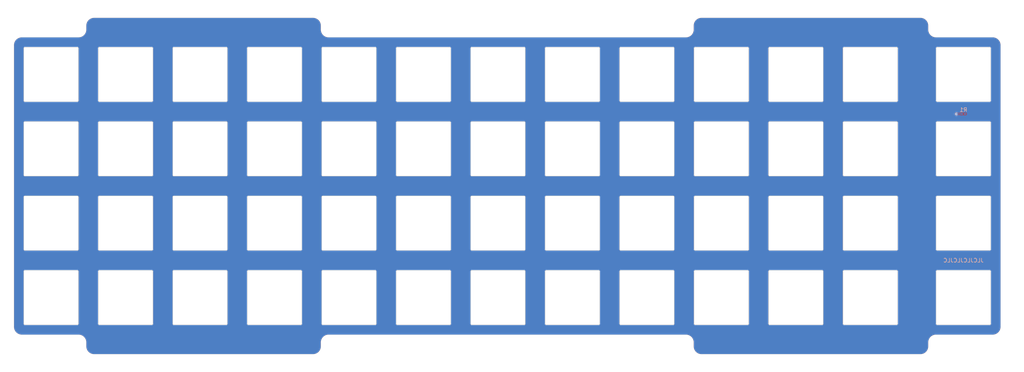
<source format=kicad_pcb>
(kicad_pcb (version 20211014) (generator pcbnew)
  (layers (0 "F.Cu" signal) (31 "B.Cu" signal) (34 "B.Paste" user) (35 "F.Paste" user) (36 "B.SilkS" user "B.Silkscreen") (37 "F.SilkS" user "F.Silkscreen") (38 "B.Mask" user) (39 "F.Mask" user) (44 "Edge.Cuts" user))
  (net 0 "")
  (net 2 "GND")
  (footprint "Keeb_footprints:MX100_cutout" (layer "F.Cu") (at 155.97253 50.00646)
    (fp_text reference "U1")
    (fp_text value "HOLE")
    (fp_line (start 7 6.7) (end 7 -6.7) (layer "Edge.Cuts") (width 0.1))
    (fp_line (start -7 6.7) (end -7 -6.7) (layer "Edge.Cuts") (width 0.1))
    (fp_line (start 6.7 7) (end -6.7 7) (layer "Edge.Cuts") (width 0.1))
    (fp_line (start 6.7 -7) (end -6.7 -7) (layer "Edge.Cuts") (width 0.1))
    (fp_arc (start -6.7 7) (mid -6.912132 6.912132) (end -7 6.7) (layer "Edge.Cuts") (width 0.1))
    (fp_arc (start -7 -6.7) (mid -6.912132 -6.912132) (end -6.7 -7) (layer "Edge.Cuts") (width 0.1))
    (fp_arc (start 6.7 -7) (mid 6.912132 -6.912132) (end 7 -6.7) (layer "Edge.Cuts") (width 0.1))
    (fp_arc (start 7 6.7) (mid 6.912132 6.912132) (end 6.7 7) (layer "Edge.Cuts") (width 0.1))
  )
  (footprint "Keeb_footprints:MX100_cutout" (layer "F.Cu") (at 175.02261 50.00646)
    (fp_text reference "U2")
    (fp_text value "HOLE")
    (fp_line (start -7 6.7) (end -7 -6.7) (layer "Edge.Cuts") (width 0.1))
    (fp_line (start 6.7 7) (end -6.7 7) (layer "Edge.Cuts") (width 0.1))
    (fp_line (start 7 6.7) (end 7 -6.7) (layer "Edge.Cuts") (width 0.1))
    (fp_line (start 6.7 -7) (end -6.7 -7) (layer "Edge.Cuts") (width 0.1))
    (fp_arc (start -7 -6.7) (mid -6.912132 -6.912132) (end -6.7 -7) (layer "Edge.Cuts") (width 0.1))
    (fp_arc (start 6.7 -7) (mid 6.912132 -6.912132) (end 7 -6.7) (layer "Edge.Cuts") (width 0.1))
    (fp_arc (start -6.7 7) (mid -6.912132 6.912132) (end -7 6.7) (layer "Edge.Cuts") (width 0.1))
    (fp_arc (start 7 6.7) (mid 6.912132 6.912132) (end 6.7 7) (layer "Edge.Cuts") (width 0.1))
  )
  (footprint "Keeb_footprints:MX100_cutout" (layer "F.Cu") (at 194.07269 50.00646)
    (fp_text reference "U3")
    (fp_text value "HOLE")
    (fp_line (start 6.7 -7) (end -6.7 -7) (layer "Edge.Cuts") (width 0.1))
    (fp_line (start -7 6.7) (end -7 -6.7) (layer "Edge.Cuts") (width 0.1))
    (fp_line (start 7 6.7) (end 7 -6.7) (layer "Edge.Cuts") (width 0.1))
    (fp_line (start 6.7 7) (end -6.7 7) (layer "Edge.Cuts") (width 0.1))
    (fp_arc (start -7 -6.7) (mid -6.912132 -6.912132) (end -6.7 -7) (layer "Edge.Cuts") (width 0.1))
    (fp_arc (start -6.7 7) (mid -6.912132 6.912132) (end -7 6.7) (layer "Edge.Cuts") (width 0.1))
    (fp_arc (start 6.7 -7) (mid 6.912132 -6.912132) (end 7 -6.7) (layer "Edge.Cuts") (width 0.1))
    (fp_arc (start 7 6.7) (mid 6.912132 6.912132) (end 6.7 7) (layer "Edge.Cuts") (width 0.1))
  )
  (footprint "Keeb_footprints:MX100_cutout" (layer "F.Cu") (at 213.12277 50.00646)
    (fp_text reference "U4")
    (fp_text value "HOLE")
    (fp_line (start 6.7 -7) (end -6.7 -7) (layer "Edge.Cuts") (width 0.1))
    (fp_line (start -7 6.7) (end -7 -6.7) (layer "Edge.Cuts") (width 0.1))
    (fp_line (start 7 6.7) (end 7 -6.7) (layer "Edge.Cuts") (width 0.1))
    (fp_line (start 6.7 7) (end -6.7 7) (layer "Edge.Cuts") (width 0.1))
    (fp_arc (start 6.7 -7) (mid 6.912132 -6.912132) (end 7 -6.7) (layer "Edge.Cuts") (width 0.1))
    (fp_arc (start -6.7 7) (mid -6.912132 6.912132) (end -7 6.7) (layer "Edge.Cuts") (width 0.1))
    (fp_arc (start 7 6.7) (mid 6.912132 6.912132) (end 6.7 7) (layer "Edge.Cuts") (width 0.1))
    (fp_arc (start -7 -6.7) (mid -6.912132 -6.912132) (end -6.7 -7) (layer "Edge.Cuts") (width 0.1))
  )
  (footprint "Keeb_footprints:MX100_cutout" (layer "F.Cu") (at 232.17285 50.00646)
    (fp_text reference "U5")
    (fp_text value "HOLE")
    (fp_line (start 7 6.7) (end 7 -6.7) (layer "Edge.Cuts") (width 0.1))
    (fp_line (start -7 6.7) (end -7 -6.7) (layer "Edge.Cuts") (width 0.1))
    (fp_line (start 6.7 7) (end -6.7 7) (layer "Edge.Cuts") (width 0.1))
    (fp_line (start 6.7 -7) (end -6.7 -7) (layer "Edge.Cuts") (width 0.1))
    (fp_arc (start -6.7 7) (mid -6.912132 6.912132) (end -7 6.7) (layer "Edge.Cuts") (width 0.1))
    (fp_arc (start -7 -6.7) (mid -6.912132 -6.912132) (end -6.7 -7) (layer "Edge.Cuts") (width 0.1))
    (fp_arc (start 6.7 -7) (mid 6.912132 -6.912132) (end 7 -6.7) (layer "Edge.Cuts") (width 0.1))
    (fp_arc (start 7 6.7) (mid 6.912132 6.912132) (end 6.7 7) (layer "Edge.Cuts") (width 0.1))
  )
  (footprint "Keeb_footprints:MX100_cutout" (layer "F.Cu") (at 327.42325 50.00646)
    (fp_text reference "U10")
    (fp_text value "HOLE")
    (fp_line (start 6.7 7) (end -6.7 7) (layer "Edge.Cuts") (width 0.1))
    (fp_line (start -7 6.7) (end -7 -6.7) (layer "Edge.Cuts") (width 0.1))
    (fp_line (start 7 6.7) (end 7 -6.7) (layer "Edge.Cuts") (width 0.1))
    (fp_line (start 6.7 -7) (end -6.7 -7) (layer "Edge.Cuts") (width 0.1))
    (fp_arc (start -6.7 7) (mid -6.912132 6.912132) (end -7 6.7) (layer "Edge.Cuts") (width 0.1))
    (fp_arc (start -7 -6.7) (mid -6.912132 -6.912132) (end -6.7 -7) (layer "Edge.Cuts") (width 0.1))
    (fp_arc (start 7 6.7) (mid 6.912132 6.912132) (end 6.7 7) (layer "Edge.Cuts") (width 0.1))
    (fp_arc (start 6.7 -7) (mid 6.912132 -6.912132) (end 7 -6.7) (layer "Edge.Cuts") (width 0.1))
  )
  (footprint "Keeb_footprints:MX100_cutout" (layer "F.Cu") (at 346.47333 50.00646)
    (fp_text reference "U11")
    (fp_text value "HOLE")
    (fp_line (start -7 6.7) (end -7 -6.7) (layer "Edge.Cuts") (width 0.1))
    (fp_line (start 6.7 -7) (end -6.7 -7) (layer "Edge.Cuts") (width 0.1))
    (fp_line (start 7 6.7) (end 7 -6.7) (layer "Edge.Cuts") (width 0.1))
    (fp_line (start 6.7 7) (end -6.7 7) (layer "Edge.Cuts") (width 0.1))
    (fp_arc (start 7 6.7) (mid 6.912132 6.912132) (end 6.7 7) (layer "Edge.Cuts") (width 0.1))
    (fp_arc (start 6.7 -7) (mid 6.912132 -6.912132) (end 7 -6.7) (layer "Edge.Cuts") (width 0.1))
    (fp_arc (start -7 -6.7) (mid -6.912132 -6.912132) (end -6.7 -7) (layer "Edge.Cuts") (width 0.1))
    (fp_arc (start -6.7 7) (mid -6.912132 6.912132) (end -7 6.7) (layer "Edge.Cuts") (width 0.1))
  )
  (footprint "Keeb_footprints:MX100_cutout" (layer "F.Cu") (at 155.97253 69.05654)
    (fp_text reference "U13")
    (fp_text value "HOLE")
    (fp_line (start 6.7 7) (end -6.7 7) (layer "Edge.Cuts") (width 0.1))
    (fp_line (start 7 6.7) (end 7 -6.7) (layer "Edge.Cuts") (width 0.1))
    (fp_line (start 6.7 -7) (end -6.7 -7) (layer "Edge.Cuts") (width 0.1))
    (fp_line (start -7 6.7) (end -7 -6.7) (layer "Edge.Cuts") (width 0.1))
    (fp_arc (start 6.7 -7) (mid 6.912132 -6.912132) (end 7 -6.7) (layer "Edge.Cuts") (width 0.1))
    (fp_arc (start -7 -6.7) (mid -6.912132 -6.912132) (end -6.7 -7) (layer "Edge.Cuts") (width 0.1))
    (fp_arc (start -6.7 7) (mid -6.912132 6.912132) (end -7 6.7) (layer "Edge.Cuts") (width 0.1))
    (fp_arc (start 7 6.7) (mid 6.912132 6.912132) (end 6.7 7) (layer "Edge.Cuts") (width 0.1))
  )
  (footprint "Keeb_footprints:MX100_cutout" (layer "F.Cu") (at 194.07269 69.05654)
    (fp_text reference "U15")
    (fp_text value "HOLE")
    (fp_line (start 7 6.7) (end 7 -6.7) (layer "Edge.Cuts") (width 0.1))
    (fp_line (start 6.7 7) (end -6.7 7) (layer "Edge.Cuts") (width 0.1))
    (fp_line (start -7 6.7) (end -7 -6.7) (layer "Edge.Cuts") (width 0.1))
    (fp_line (start 6.7 -7) (end -6.7 -7) (layer "Edge.Cuts") (width 0.1))
    (fp_arc (start 7 6.7) (mid 6.912132 6.912132) (end 6.7 7) (layer "Edge.Cuts") (width 0.1))
    (fp_arc (start -7 -6.7) (mid -6.912132 -6.912132) (end -6.7 -7) (layer "Edge.Cuts") (width 0.1))
    (fp_arc (start 6.7 -7) (mid 6.912132 -6.912132) (end 7 -6.7) (layer "Edge.Cuts") (width 0.1))
    (fp_arc (start -6.7 7) (mid -6.912132 6.912132) (end -7 6.7) (layer "Edge.Cuts") (width 0.1))
  )
  (footprint "Keeb_footprints:MX100_cutout" (layer "F.Cu") (at 232.17285 69.05654)
    (fp_text reference "U17")
    (fp_text value "HOLE")
    (fp_line (start 6.7 -7) (end -6.7 -7) (layer "Edge.Cuts") (width 0.1))
    (fp_line (start 6.7 7) (end -6.7 7) (layer "Edge.Cuts") (width 0.1))
    (fp_line (start -7 6.7) (end -7 -6.7) (layer "Edge.Cuts") (width 0.1))
    (fp_line (start 7 6.7) (end 7 -6.7) (layer "Edge.Cuts") (width 0.1))
    (fp_arc (start 7 6.7) (mid 6.912132 6.912132) (end 6.7 7) (layer "Edge.Cuts") (width 0.1))
    (fp_arc (start -6.7 7) (mid -6.912132 6.912132) (end -7 6.7) (layer "Edge.Cuts") (width 0.1))
    (fp_arc (start -7 -6.7) (mid -6.912132 -6.912132) (end -6.7 -7) (layer "Edge.Cuts") (width 0.1))
    (fp_arc (start 6.7 -7) (mid 6.912132 -6.912132) (end 7 -6.7) (layer "Edge.Cuts") (width 0.1))
  )
  (footprint "Keeb_footprints:MX100_cutout" (layer "F.Cu") (at 251.22293 69.05654)
    (fp_text reference "U18")
    (fp_text value "HOLE")
    (fp_line (start -7 6.7) (end -7 -6.7) (layer "Edge.Cuts") (width 0.1))
    (fp_line (start 6.7 -7) (end -6.7 -7) (layer "Edge.Cuts") (width 0.1))
    (fp_line (start 7 6.7) (end 7 -6.7) (layer "Edge.Cuts") (width 0.1))
    (fp_line (start 6.7 7) (end -6.7 7) (layer "Edge.Cuts") (width 0.1))
    (fp_arc (start -7 -6.7) (mid -6.912132 -6.912132) (end -6.7 -7) (layer "Edge.Cuts") (width 0.1))
    (fp_arc (start -6.7 7) (mid -6.912132 6.912132) (end -7 6.7) (layer "Edge.Cuts") (width 0.1))
    (fp_arc (start 7 6.7) (mid 6.912132 6.912132) (end 6.7 7) (layer "Edge.Cuts") (width 0.1))
    (fp_arc (start 6.7 -7) (mid 6.912132 -6.912132) (end 7 -6.7) (layer "Edge.Cuts") (width 0.1))
  )
  (footprint "Keeb_footprints:MX100_cutout" (layer "F.Cu") (at 270.27301 69.05654)
    (fp_text reference "U19")
    (fp_text value "HOLE")
    (fp_line (start -7 6.7) (end -7 -6.7) (layer "Edge.Cuts") (width 0.1))
    (fp_line (start 6.7 -7) (end -6.7 -7) (layer "Edge.Cuts") (width 0.1))
    (fp_line (start 7 6.7) (end 7 -6.7) (layer "Edge.Cuts") (width 0.1))
    (fp_line (start 6.7 7) (end -6.7 7) (layer "Edge.Cuts") (width 0.1))
    (fp_arc (start 7 6.7) (mid 6.912132 6.912132) (end 6.7 7) (layer "Edge.Cuts") (width 0.1))
    (fp_arc (start 6.7 -7) (mid 6.912132 -6.912132) (end 7 -6.7) (layer "Edge.Cuts") (width 0.1))
    (fp_arc (start -7 -6.7) (mid -6.912132 -6.912132) (end -6.7 -7) (layer "Edge.Cuts") (width 0.1))
    (fp_arc (start -6.7 7) (mid -6.912132 6.912132) (end -7 6.7) (layer "Edge.Cuts") (width 0.1))
  )
  (footprint "Keeb_footprints:MX100_cutout" (layer "F.Cu") (at 289.32309 69.05654)
    (fp_text reference "U20")
    (fp_text value "HOLE")
    (fp_line (start 7 6.7) (end 7 -6.7) (layer "Edge.Cuts") (width 0.1))
    (fp_line (start 6.7 7) (end -6.7 7) (layer "Edge.Cuts") (width 0.1))
    (fp_line (start 6.7 -7) (end -6.7 -7) (layer "Edge.Cuts") (width 0.1))
    (fp_line (start -7 6.7) (end -7 -6.7) (layer "Edge.Cuts") (width 0.1))
    (fp_arc (start 6.7 -7) (mid 6.912132 -6.912132) (end 7 -6.7) (layer "Edge.Cuts") (width 0.1))
    (fp_arc (start 7 6.7) (mid 6.912132 6.912132) (end 6.7 7) (layer "Edge.Cuts") (width 0.1))
    (fp_arc (start -6.7 7) (mid -6.912132 6.912132) (end -7 6.7) (layer "Edge.Cuts") (width 0.1))
    (fp_arc (start -7 -6.7) (mid -6.912132 -6.912132) (end -6.7 -7) (layer "Edge.Cuts") (width 0.1))
  )
  (footprint "Keeb_footprints:MX100_cutout" (layer "F.Cu") (at 308.37317 69.05654)
    (fp_text reference "U21")
    (fp_text value "HOLE")
    (fp_line (start 6.7 -7) (end -6.7 -7) (layer "Edge.Cuts") (width 0.1))
    (fp_line (start 6.7 7) (end -6.7 7) (layer "Edge.Cuts") (width 0.1))
    (fp_line (start -7 6.7) (end -7 -6.7) (layer "Edge.Cuts") (width 0.1))
    (fp_line (start 7 6.7) (end 7 -6.7) (layer "Edge.Cuts") (width 0.1))
    (fp_arc (start 7 6.7) (mid 6.912132 6.912132) (end 6.7 7) (layer "Edge.Cuts") (width 0.1))
    (fp_arc (start -7 -6.7) (mid -6.912132 -6.912132) (end -6.7 -7) (layer "Edge.Cuts") (width 0.1))
    (fp_arc (start 6.7 -7) (mid 6.912132 -6.912132) (end 7 -6.7) (layer "Edge.Cuts") (width 0.1))
    (fp_arc (start -6.7 7) (mid -6.912132 6.912132) (end -7 6.7) (layer "Edge.Cuts") (width 0.1))
  )
  (footprint "Keeb_footprints:MX100_cutout" (layer "F.Cu") (at 327.42325 69.05654)
    (fp_text reference "U22")
    (fp_text value "HOLE")
    (fp_line (start 7 6.7) (end 7 -6.7) (layer "Edge.Cuts") (width 0.1))
    (fp_line (start 6.7 -7) (end -6.7 -7) (layer "Edge.Cuts") (width 0.1))
    (fp_line (start -7 6.7) (end -7 -6.7) (layer "Edge.Cuts") (width 0.1))
    (fp_line (start 6.7 7) (end -6.7 7) (layer "Edge.Cuts") (width 0.1))
    (fp_arc (start 7 6.7) (mid 6.912132 6.912132) (end 6.7 7) (layer "Edge.Cuts") (width 0.1))
    (fp_arc (start 6.7 -7) (mid 6.912132 -6.912132) (end 7 -6.7) (layer "Edge.Cuts") (width 0.1))
    (fp_arc (start -6.7 7) (mid -6.912132 6.912132) (end -7 6.7) (layer "Edge.Cuts") (width 0.1))
    (fp_arc (start -7 -6.7) (mid -6.912132 -6.912132) (end -6.7 -7) (layer "Edge.Cuts") (width 0.1))
  )
  (footprint "Keeb_footprints:MX100_cutout" (layer "F.Cu") (at 346.47333 69.05654)
    (fp_text reference "U23")
    (fp_text value "HOLE")
    (fp_line (start 6.7 7) (end -6.7 7) (layer "Edge.Cuts") (width 0.1))
    (fp_line (start 7 6.7) (end 7 -6.7) (layer "Edge.Cuts") (width 0.1))
    (fp_line (start 6.7 -7) (end -6.7 -7) (layer "Edge.Cuts") (width 0.1))
    (fp_line (start -7 6.7) (end -7 -6.7) (layer "Edge.Cuts") (width 0.1))
    (fp_arc (start -7 -6.7) (mid -6.912132 -6.912132) (end -6.7 -7) (layer "Edge.Cuts") (width 0.1))
    (fp_arc (start 7 6.7) (mid 6.912132 6.912132) (end 6.7 7) (layer "Edge.Cuts") (width 0.1))
    (fp_arc (start 6.7 -7) (mid 6.912132 -6.912132) (end 7 -6.7) (layer "Edge.Cuts") (width 0.1))
    (fp_arc (start -6.7 7) (mid -6.912132 6.912132) (end -7 6.7) (layer "Edge.Cuts") (width 0.1))
  )
  (footprint "Keeb_footprints:MX100_cutout" (layer "F.Cu") (at 365.52341 69.05654)
    (fp_text reference "U24")
    (fp_text value "HOLE")
    (fp_line (start -7 6.7) (end -7 -6.7) (layer "Edge.Cuts") (width 0.1))
    (fp_line (start 6.7 7) (end -6.7 7) (layer "Edge.Cuts") (width 0.1))
    (fp_line (start 6.7 -7) (end -6.7 -7) (layer "Edge.Cuts") (width 0.1))
    (fp_line (start 7 6.7) (end 7 -6.7) (layer "Edge.Cuts") (width 0.1))
    (fp_arc (start 6.7 -7) (mid 6.912132 -6.912132) (end 7 -6.7) (layer "Edge.Cuts") (width 0.1))
    (fp_arc (start -7 -6.7) (mid -6.912132 -6.912132) (end -6.7 -7) (layer "Edge.Cuts") (width 0.1))
    (fp_arc (start -6.7 7) (mid -6.912132 6.912132) (end -7 6.7) (layer "Edge.Cuts") (width 0.1))
    (fp_arc (start 7 6.7) (mid 6.912132 6.912132) (end 6.7 7) (layer "Edge.Cuts") (width 0.1))
  )
  (footprint "Keeb_footprints:MX100_cutout" (layer "F.Cu") (at 155.97253 88.10662)
    (fp_text reference "U25")
    (fp_text value "HOLE")
    (fp_line (start 7 6.7) (end 7 -6.7) (layer "Edge.Cuts") (width 0.1))
    (fp_line (start 6.7 -7) (end -6.7 -7) (layer "Edge.Cuts") (width 0.1))
    (fp_line (start -7 6.7) (end -7 -6.7) (layer "Edge.Cuts") (width 0.1))
    (fp_line (start 6.7 7) (end -6.7 7) (layer "Edge.Cuts") (width 0.1))
    (fp_arc (start -7 -6.7) (mid -6.912132 -6.912132) (end -6.7 -7) (layer "Edge.Cuts") (width 0.1))
    (fp_arc (start 6.7 -7) (mid 6.912132 -6.912132) (end 7 -6.7) (layer "Edge.Cuts") (width 0.1))
    (fp_arc (start -6.7 7) (mid -6.912132 6.912132) (end -7 6.7) (layer "Edge.Cuts") (width 0.1))
    (fp_arc (start 7 6.7) (mid 6.912132 6.912132) (end 6.7 7) (layer "Edge.Cuts") (width 0.1))
  )
  (footprint "Keeb_footprints:MX100_cutout" (layer "F.Cu") (at 175.02261 88.10662)
    (fp_text reference "U26")
    (fp_text value "HOLE")
    (fp_line (start 7 6.7) (end 7 -6.7) (layer "Edge.Cuts") (width 0.1))
    (fp_line (start -7 6.7) (end -7 -6.7) (layer "Edge.Cuts") (width 0.1))
    (fp_line (start 6.7 -7) (end -6.7 -7) (layer "Edge.Cuts") (width 0.1))
    (fp_line (start 6.7 7) (end -6.7 7) (layer "Edge.Cuts") (width 0.1))
    (fp_arc (start -7 -6.7) (mid -6.912132 -6.912132) (end -6.7 -7) (layer "Edge.Cuts") (width 0.1))
    (fp_arc (start -6.7 7) (mid -6.912132 6.912132) (end -7 6.7) (layer "Edge.Cuts") (width 0.1))
    (fp_arc (start 6.7 -7) (mid 6.912132 -6.912132) (end 7 -6.7) (layer "Edge.Cuts") (width 0.1))
    (fp_arc (start 7 6.7) (mid 6.912132 6.912132) (end 6.7 7) (layer "Edge.Cuts") (width 0.1))
  )
  (footprint "Keeb_footprints:MX100_cutout" (layer "F.Cu") (at 194.07269 88.10662)
    (fp_text reference "U27")
    (fp_text value "HOLE")
    (fp_line (start 7 6.7) (end 7 -6.7) (layer "Edge.Cuts") (width 0.1))
    (fp_line (start -7 6.7) (end -7 -6.7) (layer "Edge.Cuts") (width 0.1))
    (fp_line (start 6.7 -7) (end -6.7 -7) (layer "Edge.Cuts") (width 0.1))
    (fp_line (start 6.7 7) (end -6.7 7) (layer "Edge.Cuts") (width 0.1))
    (fp_arc (start -6.7 7) (mid -6.912132 6.912132) (end -7 6.7) (layer "Edge.Cuts") (width 0.1))
    (fp_arc (start 6.7 -7) (mid 6.912132 -6.912132) (end 7 -6.7) (layer "Edge.Cuts") (width 0.1))
    (fp_arc (start 7 6.7) (mid 6.912132 6.912132) (end 6.7 7) (layer "Edge.Cuts") (width 0.1))
    (fp_arc (start -7 -6.7) (mid -6.912132 -6.912132) (end -6.7 -7) (layer "Edge.Cuts") (width 0.1))
  )
  (footprint "Keeb_footprints:MX100_cutout" (layer "F.Cu") (at 213.12277 88.10662)
    (fp_text reference "U28")
    (fp_text value "HOLE")
    (fp_line (start 6.7 7) (end -6.7 7) (layer "Edge.Cuts") (width 0.1))
    (fp_line (start 7 6.7) (end 7 -6.7) (layer "Edge.Cuts") (width 0.1))
    (fp_line (start -7 6.7) (end -7 -6.7) (layer "Edge.Cuts") (width 0.1))
    (fp_line (start 6.7 -7) (end -6.7 -7) (layer "Edge.Cuts") (width 0.1))
    (fp_arc (start 6.7 -7) (mid 6.912132 -6.912132) (end 7 -6.7) (layer "Edge.Cuts") (width 0.1))
    (fp_arc (start -7 -6.7) (mid -6.912132 -6.912132) (end -6.7 -7) (layer "Edge.Cuts") (width 0.1))
    (fp_arc (start 7 6.7) (mid 6.912132 6.912132) (end 6.7 7) (layer "Edge.Cuts") (width 0.1))
    (fp_arc (start -6.7 7) (mid -6.912132 6.912132) (end -7 6.7) (layer "Edge.Cuts") (width 0.1))
  )
  (footprint "Keeb_footprints:MX100_cutout" (layer "F.Cu") (at 232.17285 88.10662)
    (fp_text reference "U29")
    (fp_text value "HOLE")
    (fp_line (start 6.7 -7) (end -6.7 -7) (layer "Edge.Cuts") (width 0.1))
    (fp_line (start -7 6.7) (end -7 -6.7) (layer "Edge.Cuts") (width 0.1))
    (fp_line (start 6.7 7) (end -6.7 7) (layer "Edge.Cuts") (width 0.1))
    (fp_line (start 7 6.7) (end 7 -6.7) (layer "Edge.Cuts") (width 0.1))
    (fp_arc (start -7 -6.7) (mid -6.912132 -6.912132) (end -6.7 -7) (layer "Edge.Cuts") (width 0.1))
    (fp_arc (start -6.7 7) (mid -6.912132 6.912132) (end -7 6.7) (layer "Edge.Cuts") (width 0.1))
    (fp_arc (start 6.7 -7) (mid 6.912132 -6.912132) (end 7 -6.7) (layer "Edge.Cuts") (width 0.1))
    (fp_arc (start 7 6.7) (mid 6.912132 6.912132) (end 6.7 7) (layer "Edge.Cuts") (width 0.1))
  )
  (footprint "Keeb_footprints:MX100_cutout" (layer "F.Cu") (at 251.22293 88.10662)
    (fp_text reference "U30")
    (fp_text value "HOLE")
    (fp_line (start 6.7 -7) (end -6.7 -7) (layer "Edge.Cuts") (width 0.1))
    (fp_line (start -7 6.7) (end -7 -6.7) (layer "Edge.Cuts") (width 0.1))
    (fp_line (start 7 6.7) (end 7 -6.7) (layer "Edge.Cuts") (width 0.1))
    (fp_line (start 6.7 7) (end -6.7 7) (layer "Edge.Cuts") (width 0.1))
    (fp_arc (start 7 6.7) (mid 6.912132 6.912132) (end 6.7 7) (layer "Edge.Cuts") (width 0.1))
    (fp_arc (start -6.7 7) (mid -6.912132 6.912132) (end -7 6.7) (layer "Edge.Cuts") (width 0.1))
    (fp_arc (start -7 -6.7) (mid -6.912132 -6.912132) (end -6.7 -7) (layer "Edge.Cuts") (width 0.1))
    (fp_arc (start 6.7 -7) (mid 6.912132 -6.912132) (end 7 -6.7) (layer "Edge.Cuts") (width 0.1))
  )
  (footprint "Keeb_footprints:MX100_cutout" (layer "F.Cu") (at 270.27301 88.10662)
    (fp_text reference "U31")
    (fp_text value "HOLE")
    (fp_line (start -7 6.7) (end -7 -6.7) (layer "Edge.Cuts") (width 0.1))
    (fp_line (start 6.7 7) (end -6.7 7) (layer "Edge.Cuts") (width 0.1))
    (fp_line (start 7 6.7) (end 7 -6.7) (layer "Edge.Cuts") (width 0.1))
    (fp_line (start 6.7 -7) (end -6.7 -7) (layer "Edge.Cuts") (width 0.1))
    (fp_arc (start 7 6.7) (mid 6.912132 6.912132) (end 6.7 7) (layer "Edge.Cuts") (width 0.1))
    (fp_arc (start -6.7 7) (mid -6.912132 6.912132) (end -7 6.7) (layer "Edge.Cuts") (width 0.1))
    (fp_arc (start 6.7 -7) (mid 6.912132 -6.912132) (end 7 -6.7) (layer "Edge.Cuts") (width 0.1))
    (fp_arc (start -7 -6.7) (mid -6.912132 -6.912132) (end -6.7 -7) (layer "Edge.Cuts") (width 0.1))
  )
  (footprint "Keeb_footprints:MX100_cutout" (layer "F.Cu") (at 289.32309 88.10662)
    (fp_text reference "U32")
    (fp_text value "HOLE")
    (fp_line (start 6.7 7) (end -6.7 7) (layer "Edge.Cuts") (width 0.1))
    (fp_line (start 6.7 -7) (end -6.7 -7) (layer "Edge.Cuts") (width 0.1))
    (fp_line (start -7 6.7) (end -7 -6.7) (layer "Edge.Cuts") (width 0.1))
    (fp_line (start 7 6.7) (end 7 -6.7) (layer "Edge.Cuts") (width 0.1))
    (fp_arc (start -7 -6.7) (mid -6.912132 -6.912132) (end -6.7 -7) (layer "Edge.Cuts") (width 0.1))
    (fp_arc (start 6.7 -7) (mid 6.912132 -6.912132) (end 7 -6.7) (layer "Edge.Cuts") (width 0.1))
    (fp_arc (start -6.7 7) (mid -6.912132 6.912132) (end -7 6.7) (layer "Edge.Cuts") (width 0.1))
    (fp_arc (start 7 6.7) (mid 6.912132 6.912132) (end 6.7 7) (layer "Edge.Cuts") (width 0.1))
  )
  (footprint "Keeb_footprints:MX100_cutout" (layer "F.Cu") (at 308.37317 88.10662)
    (fp_text reference "U33")
    (fp_text value "HOLE")
    (fp_line (start 6.7 7) (end -6.7 7) (layer "Edge.Cuts") (width 0.1))
    (fp_line (start 7 6.7) (end 7 -6.7) (layer "Edge.Cuts") (width 0.1))
    (fp_line (start 6.7 -7) (end -6.7 -7) (layer "Edge.Cuts") (width 0.1))
    (fp_line (start -7 6.7) (end -7 -6.7) (layer "Edge.Cuts") (width 0.1))
    (fp_arc (start -7 -6.7) (mid -6.912132 -6.912132) (end -6.7 -7) (layer "Edge.Cuts") (width 0.1))
    (fp_arc (start 6.7 -7) (mid 6.912132 -6.912132) (end 7 -6.7) (layer "Edge.Cuts") (width 0.1))
    (fp_arc (start 7 6.7) (mid 6.912132 6.912132) (end 6.7 7) (layer "Edge.Cuts") (width 0.1))
    (fp_arc (start -6.7 7) (mid -6.912132 6.912132) (end -7 6.7) (layer "Edge.Cuts") (width 0.1))
  )
  (footprint "Keeb_footprints:MX100_cutout" (layer "F.Cu") (at 327.42325 88.10662)
    (fp_text reference "U34")
    (fp_text value "HOLE")
    (fp_line (start 6.7 -7) (end -6.7 -7) (layer "Edge.Cuts") (width 0.1))
    (fp_line (start -7 6.7) (end -7 -6.7) (layer "Edge.Cuts") (width 0.1))
    (fp_line (start 6.7 7) (end -6.7 7) (layer "Edge.Cuts") (width 0.1))
    (fp_line (start 7 6.7) (end 7 -6.7) (layer "Edge.Cuts") (width 0.1))
    (fp_arc (start -7 -6.7) (mid -6.912132 -6.912132) (end -6.7 -7) (layer "Edge.Cuts") (width 0.1))
    (fp_arc (start -6.7 7) (mid -6.912132 6.912132) (end -7 6.7) (layer "Edge.Cuts") (width 0.1))
    (fp_arc (start 7 6.7) (mid 6.912132 6.912132) (end 6.7 7) (layer "Edge.Cuts") (width 0.1))
    (fp_arc (start 6.7 -7) (mid 6.912132 -6.912132) (end 7 -6.7) (layer "Edge.Cuts") (width 0.1))
  )
  (footprint "Keeb_footprints:MX100_cutout" (layer "F.Cu") (at 346.47333 88.10662)
    (fp_text reference "U35")
    (fp_text value "HOLE")
    (fp_line (start 6.7 -7) (end -6.7 -7) (layer "Edge.Cuts") (width 0.1))
    (fp_line (start -7 6.7) (end -7 -6.7) (layer "Edge.Cuts") (width 0.1))
    (fp_line (start 7 6.7) (end 7 -6.7) (layer "Edge.Cuts") (width 0.1))
    (fp_line (start 6.7 7) (end -6.7 7) (layer "Edge.Cuts") (width 0.1))
    (fp_arc (start -7 -6.7) (mid -6.912132 -6.912132) (end -6.7 -7) (layer "Edge.Cuts") (width 0.1))
    (fp_arc (start -6.7 7) (mid -6.912132 6.912132) (end -7 6.7) (layer "Edge.Cuts") (width 0.1))
    (fp_arc (start 7 6.7) (mid 6.912132 6.912132) (end 6.7 7) (layer "Edge.Cuts") (width 0.1))
    (fp_arc (start 6.7 -7) (mid 6.912132 -6.912132) (end 7 -6.7) (layer "Edge.Cuts") (width 0.1))
  )
  (footprint "Keeb_footprints:MX100_cutout" (layer "F.Cu") (at 365.52341 88.10662)
    (fp_text reference "U36")
    (fp_text value "HOLE")
    (fp_line (start 7 6.7) (end 7 -6.7) (layer "Edge.Cuts") (width 0.1))
    (fp_line (start 6.7 -7) (end -6.7 -7) (layer "Edge.Cuts") (width 0.1))
    (fp_line (start 6.7 7) (end -6.7 7) (layer "Edge.Cuts") (width 0.1))
    (fp_line (start -7 6.7) (end -7 -6.7) (layer "Edge.Cuts") (width 0.1))
    (fp_arc (start -7 -6.7) (mid -6.912132 -6.912132) (end -6.7 -7) (layer "Edge.Cuts") (width 0.1))
    (fp_arc (start -6.7 7) (mid -6.912132 6.912132) (end -7 6.7) (layer "Edge.Cuts") (width 0.1))
    (fp_arc (start 7 6.7) (mid 6.912132 6.912132) (end 6.7 7) (layer "Edge.Cuts") (width 0.1))
    (fp_arc (start 6.7 -7) (mid 6.912132 -6.912132) (end 7 -6.7) (layer "Edge.Cuts") (width 0.1))
  )
  (footprint "Keeb_footprints:MX100_cutout" (layer "F.Cu") (at 175.02261 107.1567)
    (fp_text reference "U38")
    (fp_text value "HOLE")
    (fp_line (start 7 6.7) (end 7 -6.7) (layer "Edge.Cuts") (width 0.1))
    (fp_line (start 6.7 -7) (end -6.7 -7) (layer "Edge.Cuts") (width 0.1))
    (fp_line (start -7 6.7) (end -7 -6.7) (layer "Edge.Cuts") (width 0.1))
    (fp_line (start 6.7 7) (end -6.7 7) (layer "Edge.Cuts") (width 0.1))
    (fp_arc (start -7 -6.7) (mid -6.912132 -6.912132) (end -6.7 -7) (layer "Edge.Cuts") (width 0.1))
    (fp_arc (start -6.7 7) (mid -6.912132 6.912132) (end -7 6.7) (layer "Edge.Cuts") (width 0.1))
    (fp_arc (start 6.7 -7) (mid 6.912132 -6.912132) (end 7 -6.7) (layer "Edge.Cuts") (width 0.1))
    (fp_arc (start 7 6.7) (mid 6.912132 6.912132) (end 6.7 7) (layer "Edge.Cuts") (width 0.1))
  )
  (footprint "Keeb_footprints:MX100_cutout" (layer "F.Cu") (at 194.07269 107.1567)
    (fp_text reference "U39")
    (fp_text value "HOLE")
    (fp_line (start 6.7 -7) (end -6.7 -7) (layer "Edge.Cuts") (width 0.1))
    (fp_line (start 7 6.7) (end 7 -6.7) (layer "Edge.Cuts") (width 0.1))
    (fp_line (start 6.7 7) (end -6.7 7) (layer "Edge.Cuts") (width 0.1))
    (fp_line (start -7 6.7) (end -7 -6.7) (layer "Edge.Cuts") (width 0.1))
    (fp_arc (start 6.7 -7) (mid 6.912132 -6.912132) (end 7 -6.7) (layer "Edge.Cuts") (width 0.1))
    (fp_arc (start -7 -6.7) (mid -6.912132 -6.912132) (end -6.7 -7) (layer "Edge.Cuts") (width 0.1))
    (fp_arc (start -6.7 7) (mid -6.912132 6.912132) (end -7 6.7) (layer "Edge.Cuts") (width 0.1))
    (fp_arc (start 7 6.7) (mid 6.912132 6.912132) (end 6.7 7) (layer "Edge.Cuts") (width 0.1))
  )
  (footprint "Keeb_footprints:MX100_cutout" (layer "F.Cu") (at 213.12277 107.1567)
    (fp_text reference "U40")
    (fp_text value "HOLE")
    (fp_line (start 6.7 -7) (end -6.7 -7) (layer "Edge.Cuts") (width 0.1))
    (fp_line (start 7 6.7) (end 7 -6.7) (layer "Edge.Cuts") (width 0.1))
    (fp_line (start 6.7 7) (end -6.7 7) (layer "Edge.Cuts") (width 0.1))
    (fp_line (start -7 6.7) (end -7 -6.7) (layer "Edge.Cuts") (width 0.1))
    (fp_arc (start -7 -6.7) (mid -6.912132 -6.912132) (end -6.7 -7) (layer "Edge.Cuts") (width 0.1))
    (fp_arc (start 6.7 -7) (mid 6.912132 -6.912132) (end 7 -6.7) (layer "Edge.Cuts") (width 0.1))
    (fp_arc (start 7 6.7) (mid 6.912132 6.912132) (end 6.7 7) (layer "Edge.Cuts") (width 0.1))
    (fp_arc (start -6.7 7) (mid -6.912132 6.912132) (end -7 6.7) (layer "Edge.Cuts") (width 0.1))
  )
  (footprint "Keeb_footprints:MX100_cutout" (layer "F.Cu") (at 232.17285 107.1567)
    (fp_text reference "U41")
    (fp_text value "HOLE")
    (fp_line (start -7 6.7) (end -7 -6.7) (layer "Edge.Cuts") (width 0.1))
    (fp_line (start 6.7 -7) (end -6.7 -7) (layer "Edge.Cuts") (width 0.1))
    (fp_line (start 7 6.7) (end 7 -6.7) (layer "Edge.Cuts") (width 0.1))
    (fp_line (start 6.7 7) (end -6.7 7) (layer "Edge.Cuts") (width 0.1))
    (fp_arc (start -6.7 7) (mid -6.912132 6.912132) (end -7 6.7) (layer "Edge.Cuts") (width 0.1))
    (fp_arc (start 6.7 -7) (mid 6.912132 -6.912132) (end 7 -6.7) (layer "Edge.Cuts") (width 0.1))
    (fp_arc (start 7 6.7) (mid 6.912132 6.912132) (end 6.7 7) (layer "Edge.Cuts") (width 0.1))
    (fp_arc (start -7 -6.7) (mid -6.912132 -6.912132) (end -6.7 -7) (layer "Edge.Cuts") (width 0.1))
  )
  (footprint "Keeb_footprints:MX100_cutout" (layer "F.Cu") (at 251.22293 107.1567)
    (fp_text reference "U42")
    (fp_text value "HOLE")
    (fp_line (start 7 6.7) (end 7 -6.7) (layer "Edge.Cuts") (width 0.1))
    (fp_line (start -7 6.7) (end -7 -6.7) (layer "Edge.Cuts") (width 0.1))
    (fp_line (start 6.7 -7) (end -6.7 -7) (layer "Edge.Cuts") (width 0.1))
    (fp_line (start 6.7 7) (end -6.7 7) (layer "Edge.Cuts") (width 0.1))
    (fp_arc (start -7 -6.7) (mid -6.912132 -6.912132) (end -6.7 -7) (layer "Edge.Cuts") (width 0.1))
    (fp_arc (start -6.7 7) (mid -6.912132 6.912132) (end -7 6.7) (layer "Edge.Cuts") (width 0.1))
    (fp_arc (start 6.7 -7) (mid 6.912132 -6.912132) (end 7 -6.7) (layer "Edge.Cuts") (width 0.1))
    (fp_arc (start 7 6.7) (mid 6.912132 6.912132) (end 6.7 7) (layer "Edge.Cuts") (width 0.1))
  )
  (footprint "Keeb_footprints:MX100_cutout" (layer "F.Cu") (at 270.27301 107.1567)
    (fp_text reference "U43")
    (fp_text value "HOLE")
    (fp_line (start -7 6.7) (end -7 -6.7) (layer "Edge.Cuts") (width 0.1))
    (fp_line (start 6.7 -7) (end -6.7 -7) (layer "Edge.Cuts") (width 0.1))
    (fp_line (start 6.7 7) (end -6.7 7) (layer "Edge.Cuts") (width 0.1))
    (fp_line (start 7 6.7) (end 7 -6.7) (layer "Edge.Cuts") (width 0.1))
    (fp_arc (start -7 -6.7) (mid -6.912132 -6.912132) (end -6.7 -7) (layer "Edge.Cuts") (width 0.1))
    (fp_arc (start 7 6.7) (mid 6.912132 6.912132) (end 6.7 7) (layer "Edge.Cuts") (width 0.1))
    (fp_arc (start -6.7 7) (mid -6.912132 6.912132) (end -7 6.7) (layer "Edge.Cuts") (width 0.1))
    (fp_arc (start 6.7 -7) (mid 6.912132 -6.912132) (end 7 -6.7) (layer "Edge.Cuts") (width 0.1))
  )
  (footprint "Keeb_footprints:MX100_cutout" (layer "F.Cu") (at 289.32309 107.1567)
    (fp_text reference "U44")
    (fp_text value "HOLE")
    (fp_line (start -7 6.7) (end -7 -6.7) (layer "Edge.Cuts") (width 0.1))
    (fp_line (start 6.7 -7) (end -6.7 -7) (layer "Edge.Cuts") (width 0.1))
    (fp_line (start 7 6.7) (end 7 -6.7) (layer "Edge.Cuts") (width 0.1))
    (fp_line (start 6.7 7) (end -6.7 7) (layer "Edge.Cuts") (width 0.1))
    (fp_arc (start 6.7 -7) (mid 6.912132 -6.912132) (end 7 -6.7) (layer "Edge.Cuts") (width 0.1))
    (fp_arc (start -6.7 7) (mid -6.912132 6.912132) (end -7 6.7) (layer "Edge.Cuts") (width 0.1))
    (fp_arc (start 7 6.7) (mid 6.912132 6.912132) (end 6.7 7) (layer "Edge.Cuts") (width 0.1))
    (fp_arc (start -7 -6.7) (mid -6.912132 -6.912132) (end -6.7 -7) (layer "Edge.Cuts") (width 0.1))
  )
  (footprint "Keeb_footprints:MX100_cutout" (layer "F.Cu") (at 308.37317 107.1567)
    (fp_text reference "U45")
    (fp_text value "HOLE")
    (fp_line (start 6.7 -7) (end -6.7 -7) (layer "Edge.Cuts") (width 0.1))
    (fp_line (start -7 6.7) (end -7 -6.7) (layer "Edge.Cuts") (width 0.1))
    (fp_line (start 6.7 7) (end -6.7 7) (layer "Edge.Cuts") (width 0.1))
    (fp_line (start 7 6.7) (end 7 -6.7) (layer "Edge.Cuts") (width 0.1))
    (fp_arc (start 6.7 -7) (mid 6.912132 -6.912132) (end 7 -6.7) (layer "Edge.Cuts") (width 0.1))
    (fp_arc (start -6.7 7) (mid -6.912132 6.912132) (end -7 6.7) (layer "Edge.Cuts") (width 0.1))
    (fp_arc (start 7 6.7) (mid 6.912132 6.912132) (end 6.7 7) (layer "Edge.Cuts") (width 0.1))
    (fp_arc (start -7 -6.7) (mid -6.912132 -6.912132) (end -6.7 -7) (layer "Edge.Cuts") (width 0.1))
  )
  (footprint "Keeb_footprints:MX100_cutout" (layer "F.Cu") (at 327.42325 107.1567)
    (fp_text reference "U46")
    (fp_text value "HOLE")
    (fp_line (start 6.7 7) (end -6.7 7) (layer "Edge.Cuts") (width 0.1))
    (fp_line (start -7 6.7) (end -7 -6.7) (layer "Edge.Cuts") (width 0.1))
    (fp_line (start 6.7 -7) (end -6.7 -7) (layer "Edge.Cuts") (width 0.1))
    (fp_line (start 7 6.7) (end 7 -6.7) (layer "Edge.Cuts") (width 0.1))
    (fp_arc (start -7 -6.7) (mid -6.912132 -6.912132) (end -6.7 -7) (layer "Edge.Cuts") (width 0.1))
    (fp_arc (start 6.7 -7) (mid 6.912132 -6.912132) (end 7 -6.7) (layer "Edge.Cuts") (width 0.1))
    (fp_arc (start 7 6.7) (mid 6.912132 6.912132) (end 6.7 7) (layer "Edge.Cuts") (width 0.1))
    (fp_arc (start -6.7 7) (mid -6.912132 6.912132) (end -7 6.7) (layer "Edge.Cuts") (width 0.1))
  )
  (footprint "Keeb_footprints:MX100_cutout" (layer "F.Cu") (at 346.47333 107.16)
    (fp_text reference "U47")
    (fp_text value "HOLE")
    (fp_line (start 6.7 7) (end -6.7 7) (layer "Edge.Cuts") (width 0.1))
    (fp_line (start -7 6.7) (end -7 -6.7) (layer "Edge.Cuts") (width 0.1))
    (fp_line (start 7 6.7) (end 7 -6.7) (layer "Edge.Cuts") (width 0.1))
    (fp_line (start 6.7 -7) (end -6.7 -7) (layer "Edge.Cuts") (width 0.1))
    (fp_arc (start 6.7 -7) (mid 6.912132 -6.912132) (end 7 -6.7) (layer "Edge.Cuts") (width 0.1))
    (fp_arc (start 7 6.7) (mid 6.912132 6.912132) (end 6.7 7) (layer "Edge.Cuts") (width 0.1))
    (fp_arc (start -7 -6.7) (mid -6.912132 -6.912132) (end -6.7 -7) (layer "Edge.Cuts") (width 0.1))
    (fp_arc (start -6.7 7) (mid -6.912132 6.912132) (end -7 6.7) (layer "Edge.Cuts") (width 0.1))
  )
  (footprint "Keeb_footprints:MX_100_cutout" (layer "F.Cu") (at 365.52341 107.1567)
    (fp_text reference "U48")
    (fp_text value "HOLE")
    (fp_line (start -7 6.7) (end -7 -6.7) (layer "Edge.Cuts") (width 0.1))
    (fp_line (start 7 6.7) (end 7 -6.7) (layer "Edge.Cuts") (width 0.1))
    (fp_line (start 6.7 7) (end -6.7 7) (layer "Edge.Cuts") (width 0.1))
    (fp_line (start 6.7 -7) (end -6.7 -7) (layer "Edge.Cuts") (width 0.1))
    (fp_arc (start 7 6.7) (mid 6.912132 6.912132) (end 6.7 7) (layer "Edge.Cuts") (width 0.1))
    (fp_arc (start -6.7 7) (mid -6.912132 6.912132) (end -7 6.7) (layer "Edge.Cuts") (width 0.1))
    (fp_arc (start -7 -6.7) (mid -6.912132 -6.912132) (end -6.7 -7) (layer "Edge.Cuts") (width 0.1))
    (fp_arc (start 6.7 -7) (mid 6.912132 -6.912132) (end 7 -6.7) (layer "Edge.Cuts") (width 0.1))
  )
  (footprint "Keeb_footprints:MX100_cutout" (layer "F.Cu") (at 155.97253 107.1567)
    (fp_text reference "U37")
    (fp_text value "HOLE")
    (fp_line (start 7 6.7) (end 7 -6.7) (layer "Edge.Cuts") (width 0.1))
    (fp_line (start 6.7 7) (end -6.7 7) (layer "Edge.Cuts") (width 0.1))
    (fp_line (start 6.7 -7) (end -6.7 -7) (layer "Edge.Cuts") (width 0.1))
    (fp_line (start -7 6.7) (end -7 -6.7) (layer "Edge.Cuts") (width 0.1))
    (fp_arc (start -6.7 7) (mid -6.912132 6.912132) (end -7 6.7) (layer "Edge.Cuts") (width 0.1))
    (fp_arc (start -7 -6.7) (mid -6.912132 -6.912132) (end -6.7 -7) (layer "Edge.Cuts") (width 0.1))
    (fp_arc (start 7 6.7) (mid 6.912132 6.912132) (end 6.7 7) (layer "Edge.Cuts") (width 0.1))
    (fp_arc (start 6.7 -7) (mid 6.912132 -6.912132) (end 7 -6.7) (layer "Edge.Cuts") (width 0.1))
  )
  (footprint "Keeb_footprints:MX100_cutout" (layer "F.Cu") (at 175.02261 69.05654)
    (fp_text reference "U14")
    (fp_text value "HOLE")
    (fp_line (start 6.7 -7) (end -6.7 -7) (layer "Edge.Cuts") (width 0.1))
    (fp_line (start 6.7 7) (end -6.7 7) (layer "Edge.Cuts") (width 0.1))
    (fp_line (start 7 6.7) (end 7 -6.7) (layer "Edge.Cuts") (width 0.1))
    (fp_line (start -7 6.7) (end -7 -6.7) (layer "Edge.Cuts") (width 0.1))
    (fp_arc (start -6.7 7) (mid -6.912132 6.912132) (end -7 6.7) (layer "Edge.Cuts") (width 0.1))
    (fp_arc (start 7 6.7) (mid 6.912132 6.912132) (end 6.7 7) (layer "Edge.Cuts") (width 0.1))
    (fp_arc (start 6.7 -7) (mid 6.912132 -6.912132) (end 7 -6.7) (layer "Edge.Cuts") (width 0.1))
    (fp_arc (start -7 -6.7) (mid -6.912132 -6.912132) (end -6.7 -7) (layer "Edge.Cuts") (width 0.1))
  )
  (footprint "Keeb_footprints:MX100_cutout" (layer "F.Cu") (at 389.33589 88.106428)
    (fp_text reference "U51")
    (fp_text value "HOLE")
    (fp_line (start 6.7 7) (end -6.7 7) (layer "Edge.Cuts") (width 0.1))
    (fp_line (start 7 6.7) (end 7 -6.7) (layer "Edge.Cuts") (width 0.1))
    (fp_line (start 6.7 -7) (end -6.7 -7) (layer "Edge.Cuts") (width 0.1))
    (fp_line (start -7 6.7) (end -7 -6.7) (layer "Edge.Cuts") (width 0.1))
    (fp_arc (start -7 -6.7) (mid -6.912132 -6.912132) (end -6.7 -7) (layer "Edge.Cuts") (width 0.1))
    (fp_arc (start 6.7 -7) (mid 6.912132 -6.912132) (end 7 -6.7) (layer "Edge.Cuts") (width 0.1))
    (fp_arc (start -6.7 7) (mid -6.912132 6.912132) (end -7 6.7) (layer "Edge.Cuts") (width 0.1))
    (fp_arc (start 7 6.7) (mid 6.912132 6.912132) (end 6.7 7) (layer "Edge.Cuts") (width 0.1))
  )
  (footprint "Keeb_footprints:MX100_cutout" (layer "F.Cu") (at 389.33589 69.056444)
    (fp_text reference "U50")
    (fp_text value "HOLE")
    (fp_line (start 6.7 -7) (end -6.7 -7) (layer "Edge.Cuts") (width 0.1))
    (fp_line (start 6.7 7) (end -6.7 7) (layer "Edge.Cuts") (width 0.1))
    (fp_line (start 7 6.7) (end 7 -6.7) (layer "Edge.Cuts") (width 0.1))
    (fp_line (start -7 6.7) (end -7 -6.7) (layer "Edge.Cuts") (width 0.1))
    (fp_arc (start 6.7 -7) (mid 6.912132 -6.912132) (end 7 -6.7) (layer "Edge.Cuts") (width 0.1))
    (fp_arc (start 7 6.7) (mid 6.912132 6.912132) (end 6.7 7) (layer "Edge.Cuts") (width 0.1))
    (fp_arc (start -7 -6.7) (mid -6.912132 -6.912132) (end -6.7 -7) (layer "Edge.Cuts") (width 0.1))
    (fp_arc (start -6.7 7) (mid -6.912132 6.912132) (end -7 6.7) (layer "Edge.Cuts") (width 0.1))
  )
  (footprint "Keeb_footprints:MX_100_cutout" (layer "F.Cu") (at 389.33601 50.00646 180)
    (fp_text reference "U49")
    (fp_text value "HOLE")
    (fp_line (start 7 6.7) (end 7 -6.7) (layer "Edge.Cuts") (width 0.1))
    (fp_line (start -7 6.7) (end -7 -6.7) (layer "Edge.Cuts") (width 0.1))
    (fp_line (start 6.7 -7) (end -6.7 -7) (layer "Edge.Cuts") (width 0.1))
    (fp_line (start 6.7 7) (end -6.7 7) (layer "Edge.Cuts") (width 0.1))
    (fp_arc (start -7 -6.7) (mid -6.912132 -6.912132) (end -6.7 -7) (layer "Edge.Cuts") (width 0.1))
    (fp_arc (start 6.7 -7) (mid 6.912132 -6.912132) (end 7 -6.7) (layer "Edge.Cuts") (width 0.1))
    (fp_arc (start 7 6.7) (mid 6.912132 6.912132) (end 6.7 7) (layer "Edge.Cuts") (width 0.1))
    (fp_arc (start -6.7 7) (mid -6.912132 6.912132) (end -7 6.7) (layer "Edge.Cuts") (width 0.1))
  )
  (footprint "Keeb_footprints:MX100_cutout" (layer "F.Cu") (at 365.52341 50.00646)
    (fp_text reference "U12")
    (fp_text value "HOLE")
    (fp_line (start 6.7 -7) (end -6.7 -7) (layer "Edge.Cuts") (width 0.1))
    (fp_line (start 7 6.7) (end 7 -6.7) (layer "Edge.Cuts") (width 0.1))
    (fp_line (start -7 6.7) (end -7 -6.7) (layer "Edge.Cuts") (width 0.1))
    (fp_line (start 6.7 7) (end -6.7 7) (layer "Edge.Cuts") (width 0.1))
    (fp_arc (start 7 6.7) (mid 6.912132 6.912132) (end 6.7 7) (layer "Edge.Cuts") (width 0.1))
    (fp_arc (start 6.7 -7) (mid 6.912132 -6.912132) (end 7 -6.7) (layer "Edge.Cuts") (width 0.1))
    (fp_arc (start -7 -6.7) (mid -6.912132 -6.912132) (end -6.7 -7) (layer "Edge.Cuts") (width 0.1))
    (fp_arc (start -6.7 7) (mid -6.912132 6.912132) (end -7 6.7) (layer "Edge.Cuts") (width 0.1))
  )
  (footprint "Keeb_footprints:MX_100_cutout" (layer "F.Cu") (at 389.33601 107.1567)
    (fp_text reference "U52")
    (fp_text value "HOLE")
    (fp_line (start 6.7 7) (end -6.7 7) (layer "Edge.Cuts") (width 0.1))
    (fp_line (start 6.7 -7) (end -6.7 -7) (layer "Edge.Cuts") (width 0.1))
    (fp_line (start -7 6.7) (end -7 -6.7) (layer "Edge.Cuts") (width 0.1))
    (fp_line (start 7 6.7) (end 7 -6.7) (layer "Edge.Cuts") (width 0.1))
    (fp_arc (start 7 6.7) (mid 6.912132 6.912132) (end 6.7 7) (layer "Edge.Cuts") (width 0.1))
    (fp_arc (start 6.7 -7) (mid 6.912132 -6.912132) (end 7 -6.7) (layer "Edge.Cuts") (width 0.1))
    (fp_arc (start -7 -6.7) (mid -6.912132 -6.912132) (end -6.7 -7) (layer "Edge.Cuts") (width 0.1))
    (fp_arc (start -6.7 7) (mid -6.912132 6.912132) (end -7 6.7) (layer "Edge.Cuts") (width 0.1))
  )
  (footprint "Keeb_footprints:MX100_cutout" (layer "F.Cu") (at 213.12277 69.05654)
    (fp_text reference "U16")
    (fp_text value "HOLE")
    (fp_line (start 6.7 7) (end -6.7 7) (layer "Edge.Cuts") (width 0.1))
    (fp_line (start 7 6.7) (end 7 -6.7) (layer "Edge.Cuts") (width 0.1))
    (fp_line (start -7 6.7) (end -7 -6.7) (layer "Edge.Cuts") (width 0.1))
    (fp_line (start 6.7 -7) (end -6.7 -7) (layer "Edge.Cuts") (width 0.1))
    (fp_arc (start -7 -6.7) (mid -6.912132 -6.912132) (end -6.7 -7) (layer "Edge.Cuts") (width 0.1))
    (fp_arc (start 6.7 -7) (mid 6.912132 -6.912132) (end 7 -6.7) (layer "Edge.Cuts") (width 0.1))
    (fp_arc (start 7 6.7) (mid 6.912132 6.912132) (end 6.7 7) (layer "Edge.Cuts") (width 0.1))
    (fp_arc (start -6.7 7) (mid -6.912132 6.912132) (end -7 6.7) (layer "Edge.Cuts") (width 0.1))
  )
  (footprint "Keeb_footprints:MX100_cutout" (layer "F.Cu") (at 251.223314 50.00646)
    (fp_text reference "U6")
    (fp_text value "HOLE")
    (fp_line (start 7 6.7) (end 7 -6.7) (layer "Edge.Cuts") (width 0.1))
    (fp_line (start 6.7 7) (end -6.7 7) (layer "Edge.Cuts") (width 0.1))
    (fp_line (start -7 6.7) (end -7 -6.7) (layer "Edge.Cuts") (width 0.1))
    (fp_line (start 6.7 -7) (end -6.7 -7) (layer "Edge.Cuts") (width 0.1))
    (fp_arc (start 7 6.7) (mid 6.912132 6.912132) (end 6.7 7) (layer "Edge.Cuts") (width 0.1))
    (fp_arc (start -6.7 7) (mid -6.912132 6.912132) (end -7 6.7) (layer "Edge.Cuts") (width 0.1))
    (fp_arc (start -7 -6.7) (mid -6.912132 -6.912132) (end -6.7 -7) (layer "Edge.Cuts") (width 0.1))
    (fp_arc (start 6.7 -7) (mid 6.912132 -6.912132) (end 7 -6.7) (layer "Edge.Cuts") (width 0.1))
  )
  (footprint "Keeb_footprints:MX100_cutout" (layer "F.Cu") (at 270.27333 50.00646)
    (fp_text reference "U7")
    (fp_text value "HOLE")
    (fp_line (start -7 6.7) (end -7 -6.7) (layer "Edge.Cuts") (width 0.1))
    (fp_line (start 7 6.7) (end 7 -6.7) (layer "Edge.Cuts") (width 0.1))
    (fp_line (start 6.7 -7) (end -6.7 -7) (layer "Edge.Cuts") (width 0.1))
    (fp_line (start 6.7 7) (end -6.7 7) (layer "Edge.Cuts") (width 0.1))
    (fp_arc (start -7 -6.7) (mid -6.912132 -6.912132) (end -6.7 -7) (layer "Edge.Cuts") (width 0.1))
    (fp_arc (start -6.7 7) (mid -6.912132 6.912132) (end -7 6.7) (layer "Edge.Cuts") (width 0.1))
    (fp_arc (start 7 6.7) (mid 6.912132 6.912132) (end 6.7 7) (layer "Edge.Cuts") (width 0.1))
    (fp_arc (start 6.7 -7) (mid 6.912132 -6.912132) (end 7 -6.7) (layer "Edge.Cuts") (width 0.1))
  )
  (footprint "Keeb_footprints:MX100_cutout" (layer "F.Cu") (at 289.323346 50.00646)
    (fp_text reference "U8")
    (fp_text value "HOLE")
    (fp_line (start 6.7 -7) (end -6.7 -7) (layer "Edge.Cuts") (width 0.1))
    (fp_line (start 6.7 7) (end -6.7 7) (layer "Edge.Cuts") (width 0.1))
    (fp_line (start 7 6.7) (end 7 -6.7) (layer "Edge.Cuts") (width 0.1))
    (fp_line (start -7 6.7) (end -7 -6.7) (layer "Edge.Cuts") (width 0.1))
    (fp_arc (start -6.7 7) (mid -6.912132 6.912132) (end -7 6.7) (layer "Edge.Cuts") (width 0.1))
    (fp_arc (start -7 -6.7) (mid -6.912132 -6.912132) (end -6.7 -7) (layer "Edge.Cuts") (width 0.1))
    (fp_arc (start 7 6.7) (mid 6.912132 6.912132) (end 6.7 7) (layer "Edge.Cuts") (width 0.1))
    (fp_arc (start 6.7 -7) (mid 6.912132 -6.912132) (end 7 -6.7) (layer "Edge.Cuts") (width 0.1))
  )
  (footprint "Keeb_footprints:MX100_cutout" (layer "F.Cu") (at 308.373362 50.00646)
    (fp_text reference "U9")
    (fp_text value "HOLE")
    (fp_line (start 7 6.7) (end 7 -6.7) (layer "Edge.Cuts") (width 0.1))
    (fp_line (start 6.7 7) (end -6.7 7) (layer "Edge.Cuts") (width 0.1))
    (fp_line (start 6.7 -7) (end -6.7 -7) (layer "Edge.Cuts") (width 0.1))
    (fp_line (start -7 6.7) (end -7 -6.7) (layer "Edge.Cuts") (width 0.1))
    (fp_arc (start 6.7 -7) (mid 6.912132 -6.912132) (end 7 -6.7) (layer "Edge.Cuts") (width 0.1))
    (fp_arc (start -7 -6.7) (mid -6.912132 -6.912132) (end -6.7 -7) (layer "Edge.Cuts") (width 0.1))
    (fp_arc (start -6.7 7) (mid -6.912132 6.912132) (end -7 6.7) (layer "Edge.Cuts") (width 0.1))
    (fp_arc (start 7 6.7) (mid 6.912132 6.912132) (end 6.7 7) (layer "Edge.Cuts") (width 0.1))
  )
  (footprint "Resistor_SMD:R_0201_0603Metric_Pad0.64x0.40mm_HandSolder" (layer "B.Cu") (at 389.334702 60.126613 180)
    (fp_text reference "R1" (at 0 1.05) (layer "B.SilkS") (effects (justify mirror)))
    (fp_text value "R_Small")
    (pad "1" smd roundrect (at -0.4075 0 180) (size 0.635 0.4) (layers "B.Cu" "B.Mask"))
    (pad "2" smd roundrect (at 0.4075 0 180) (size 0.635 0.4) (layers "B.Cu" "B.Mask") (net 2 "GND"))
  )
  (gr_line (start 318.33601 40.50646) (end 226.97253 40.50646) (layer "Edge.Cuts") (width 0.05))
  (gr_line (start 146.47253 42.50646) (end 146.47256 114.65666) (layer "Edge.Cuts") (width 0.05))
  (gr_line (start 162.97253 116.6567) (end 148.47256 116.65666) (layer "Edge.Cuts") (width 0.05))
  (gr_line (start 396.83604 116.65666) (end 382.33604 116.65666) (layer "Edge.Cuts") (width 0.05))
  (gr_arc (start 318.33601 116.6567) (mid 319.750218 117.242495) (end 320.33601 118.6567) (layer "Edge.Cuts") (width 0.05))
  (gr_arc (start 162.97253 116.6567) (mid 164.386738 117.242495) (end 164.97253 118.6567) (layer "Edge.Cuts") (width 0.05))
  (gr_arc (start 398.83604 114.65666) (mid 398.25027 116.07091) (end 396.83604 116.65666) (layer "Edge.Cuts") (width 0.05))
  (gr_arc (start 320.33601 38.50646) (mid 319.75024 39.92071) (end 318.33601 40.50646) (layer "Edge.Cuts") (width 0.05))
  (gr_line (start 382.33601 40.50646) (end 396.83604 40.50642) (layer "Edge.Cuts") (width 0.05))
  (gr_line (start 224.97253 37.50646) (end 224.97253 38.50646) (layer "Edge.Cuts") (width 0.05))
  (gr_line (start 378.33604 121.65666) (end 322.33601 121.6567) (layer "Edge.Cuts") (width 0.05))
  (gr_arc (start 222.97253 35.50646) (mid 224.386738 36.092255) (end 224.97253 37.50646) (layer "Edge.Cuts") (width 0.05))
  (gr_line (start 164.97253 38.50646) (end 164.97253 37.50646) (layer "Edge.Cuts") (width 0.05))
  (gr_arc (start 224.97253 118.6567) (mid 225.558332 117.242523) (end 226.97253 116.6567) (layer "Edge.Cuts") (width 0.05))
  (gr_line (start 164.97253 119.6567) (end 164.97253 118.6567) (layer "Edge.Cuts") (width 0.05))
  (gr_line (start 380.33601 37.50646) (end 380.33601 38.50646) (layer "Edge.Cuts") (width 0.05))
  (gr_arc (start 226.97253 40.50646) (mid 225.558311 39.920682) (end 224.97253 38.50646) (layer "Edge.Cuts") (width 0.05))
  (gr_line (start 398.83604 114.65666) (end 398.83604 42.50642) (layer "Edge.Cuts") (width 0.05))
  (gr_arc (start 380.33604 119.65666) (mid 379.75027 121.07091) (end 378.33604 121.65666) (layer "Edge.Cuts") (width 0.05))
  (gr_line (start 322.33601 35.50646) (end 378.33601 35.50646) (layer "Edge.Cuts") (width 0.05))
  (gr_line (start 166.97253 35.50646) (end 222.97253 35.50646) (layer "Edge.Cuts") (width 0.05))
  (gr_line (start 320.33601 119.6567) (end 320.33601 118.6567) (layer "Edge.Cuts") (width 0.05))
  (gr_arc (start 396.83604 40.50642) (mid 398.250248 41.092215) (end 398.83604 42.50642) (layer "Edge.Cuts") (width 0.05))
  (gr_arc (start 378.33601 35.50646) (mid 379.750218 36.092255) (end 380.33601 37.50646) (layer "Edge.Cuts") (width 0.05))
  (gr_line (start 148.47253 40.50646) (end 162.97253 40.50646) (layer "Edge.Cuts") (width 0.05))
  (gr_arc (start 164.97253 38.50646) (mid 164.386744 39.920674) (end 162.97253 40.50646) (layer "Edge.Cuts") (width 0.05))
  (gr_line (start 380.33604 118.65666) (end 380.33604 119.65666) (layer "Edge.Cuts") (width 0.05))
  (gr_line (start 224.97253 118.6567) (end 224.97253 119.6567) (layer "Edge.Cuts") (width 0.05))
  (gr_arc (start 164.97253 37.50646) (mid 165.558316 36.092246) (end 166.97253 35.50646) (layer "Edge.Cuts") (width 0.05))
  (gr_arc (start 320.33601 37.50646) (mid 320.921812 36.092283) (end 322.33601 35.50646) (layer "Edge.Cuts") (width 0.05))
  (gr_arc (start 166.97253 121.6567) (mid 165.558311 121.070922) (end 164.97253 119.6567) (layer "Edge.Cuts") (width 0.05))
  (gr_line (start 226.97253 116.6567) (end 318.33601 116.6567) (layer "Edge.Cuts") (width 0.05))
  (gr_arc (start 146.47253 42.50646) (mid 147.058316 41.092246) (end 148.47253 40.50646) (layer "Edge.Cuts") (width 0.05))
  (gr_arc (start 148.47256 116.65666) (mid 147.058341 116.070882) (end 146.47256 114.65666) (layer "Edge.Cuts") (width 0.05))
  (gr_arc (start 382.33601 40.50646) (mid 380.921791 39.920682) (end 380.33601 38.50646) (layer "Edge.Cuts") (width 0.05))
  (gr_arc (start 322.33601 121.6567) (mid 320.921791 121.070922) (end 320.33601 119.6567) (layer "Edge.Cuts") (width 0.05))
  (gr_line (start 222.97253 121.6567) (end 166.97253 121.6567) (layer "Edge.Cuts") (width 0.05))
  (gr_line (start 320.33601 38.50646) (end 320.33601 37.50646) (layer "Edge.Cuts") (width 0.05))
  (gr_arc (start 224.97253 119.6567) (mid 224.38676 121.07095) (end 222.97253 121.6567) (layer "Edge.Cuts") (width 0.05))
  (gr_arc (start 380.33604 118.65666) (mid 380.921842 117.242483) (end 382.33604 116.65666) (layer "Edge.Cuts") (width 0.05))
  (gr_text "JLCJLCJLCJLC" (at 389.334702 97.631332) (layer "B.SilkS") (effects (font (size 1 1)) (justify mirror)))
  (via (at 387.531243 60.133041) (size 0.5) (drill 0.25) (layers "F.Cu" "B.Cu") (net 2))
  (segment (start 387.537503 60.126781) (end 387.531243 60.133041) (width 0.25) (layer "B.Cu") (net 2))
  (segment (start 389.056243 60.126781) (end 387.537503 60.126781) (width 0.25) (layer "B.Cu") (net 2))
  (zone (net 0) (net_name "") (layer "F.Cu") (connect_pads (clearance 0)) (min_thickness 0.254) (fill yes (thermal_gap 0) (thermal_bridge_width 0.508))
    (polygon (pts (xy 404.83893 30.94396) (xy 404.83893 126.19388) (xy 142.90096 126.19388) (xy 142.90096 30.94396)))
  )
  (zone (net 0) (net_name "") (layer "B.Cu") (connect_pads (clearance 0)) (min_thickness 0.254) (fill yes (thermal_gap 0.508) (thermal_bridge_width 0.508))
    (polygon (pts (xy 404.83893 30.94396) (xy 404.83893 126.19388) (xy 142.90096 126.19388) (xy 142.90096 30.94396)))
  )
)
</source>
